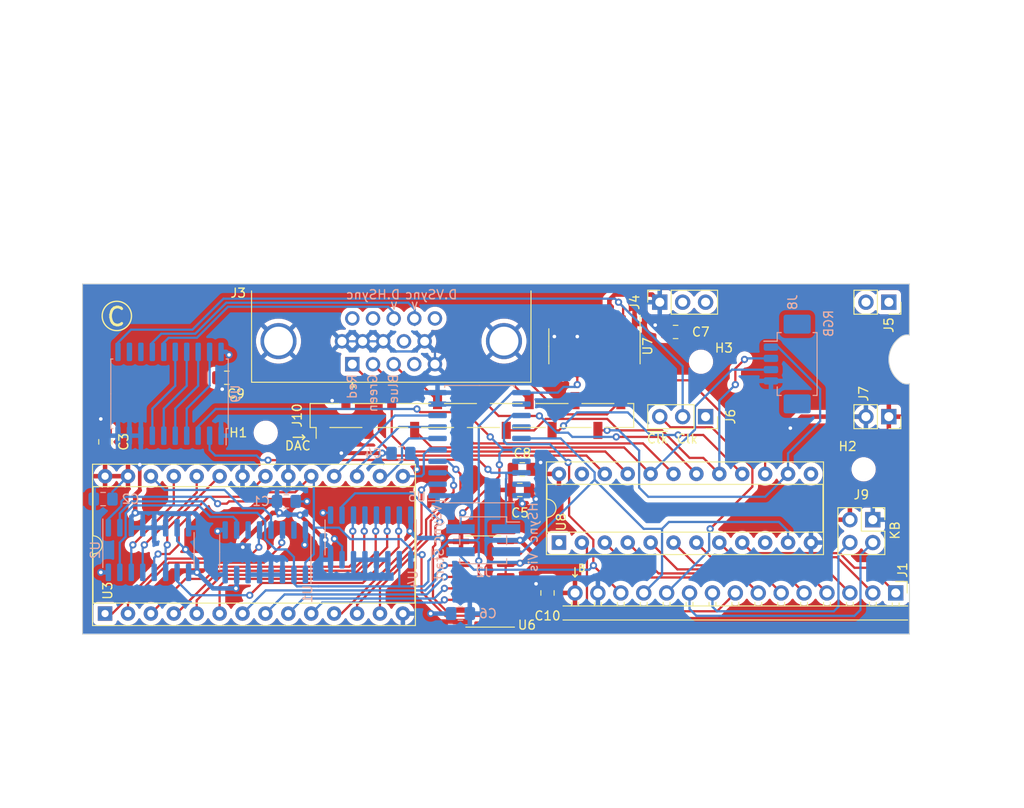
<source format=kicad_pcb>
(kicad_pcb (version 20221018) (generator pcbnew)
  (layers (0 "F.Cu" signal) (31 "B.Cu" signal) (34 "B.Paste" user) (35 "F.Paste" user) (36 "B.SilkS" user "B.Silkscreen") (37 "F.SilkS" user "F.Silkscreen") (38 "B.Mask" user) (39 "F.Mask" user) (44 "Edge.Cuts" user))
  (net 0 "")
  (net 1 "VCC")
  (net 2 "GND")
  (net 3 "/P0")
  (net 4 "/P1")
  (net 5 "/P2")
  (net 6 "/P3")
  (net 7 "/P4")
  (net 8 "/P5")
  (net 9 "/P6")
  (net 10 "/P7")
  (net 11 "/~{A_{out}}")
  (net 12 "/Vis")
  (net 13 "/~{StartFrame}")
  (net 14 "/HVis")
  (net 15 "/HSync")
  (net 16 "/VertVis")
  (net 17 "/Vsync")
  (net 18 "/~{Vis}")
  (net 19 "/Othr")
  (net 20 "/ARed")
  (net 21 "/AGreen")
  (net 22 "/ABlue")
  (net 27 "/HSYNC_{2}")
  (net 28 "/VSYNC_{2}")
  (net 35 "/A_{out}")
  (net 36 "/B0")
  (net 37 "/B1")
  (net 38 "/B2")
  (net 39 "/G0")
  (net 40 "/G1")
  (net 41 "/G2")
  (net 42 "/R0")
  (net 43 "/R1")
  (net 44 "/R2")
  (net 45 "/~{RESET}")
  (net 46 "/CLK_{sync}")
  (net 47 "Net-(U1-CET)")
  (net 49 "/A14")
  (net 50 "/A13")
  (net 51 "/A12")
  (net 53 "Net-(U2-CET)")
  (net 54 "/A11")
  (net 55 "/A10")
  (net 56 "/A9")
  (net 57 "/A8")
  (net 58 "/A7")
  (net 59 "/A6")
  (net 60 "/A5")
  (net 61 "/A4")
  (net 62 "/A3")
  (net 63 "/A2")
  (net 64 "/A1")
  (net 65 "/A0")
  (net 66 "Net-(U3-D0)")
  (net 67 "Net-(U3-D1)")
  (net 68 "Net-(U3-D2)")
  (net 69 "Net-(U3-D3)")
  (net 70 "Net-(U3-D4)")
  (net 71 "Net-(U3-D5)")
  (net 72 "Net-(U3-D6)")
  (net 73 "Net-(U4-CET)")
  (net 82 "/HSYNC_{1}")
  (net 83 "/VSYNC_{1}")
  (net 86 "/KBRx")
  (net 87 "/KBTx")
  (net 88 "/HSYNC_{3}")
  (net 89 "/VSYNC_{3}")
  (footprint "Connector_PinSocket_2.54mm:PinSocket_1x02_P2.54mm_Vertical" (layer "F.Cu") (at 140.208 46.228 -90)
    (fp_text reference "J5")
    (fp_text value "Conn_01x02_Pin")
  )
  (footprint "Capacitor_SMD:C_0805_2012Metric_Pad1.18x1.45mm_HandSolder" (layer "F.Cu") (at 99.568 64.77)
    (fp_text reference "C8")
    (fp_text value "C_Small")
  )
  (footprint "Package_SO:SOIC-16_3.9x9.9mm_P1.27mm" (layer "F.Cu") (at 107.569 51.119 -90)
    (fp_text reference "U7")
    (fp_text value "74LS161")
  )
  (footprint "Connector_PinSocket_2.54mm:PinSocket_1x02_P2.54mm_Vertical" (layer "F.Cu") (at 140.208 58.928 -90)
    (fp_text reference "J7")
    (fp_text value "Conn_01x02_Pin")
  )
  (footprint "Package_DIP:DIP-28_W15.24mm_Socket" (layer "F.Cu") (at 53.305745 80.772 90)
    (fp_text reference "U3")
    (fp_text value "28C256" hide)
  )
  (footprint "Package_DIP:DIP-24_W7.62mm_Socket" (layer "F.Cu") (at 103.632 72.898 90)
    (fp_text reference "U8")
    (fp_text value "GAL22V10")
  )
  (footprint "Connector_PinSocket_2.54mm:PinSocket_1x03_P2.54mm_Vertical" (layer "F.Cu") (at 114.808001 46.227999 90)
    (fp_text reference "J4")
    (fp_text value "Conn_01x03_Pin")
  )
  (footprint "MountingHole:MountingHole_2.2mm_M2_ISO7380" (layer "F.Cu") (at 137.414 64.77)
    (fp_text reference "H2")
    (fp_text value "MountingHole")
  )
  (footprint "MountingHole:MountingHole_2.2mm_M2_ISO7380" (layer "F.Cu") (at 119.38 52.832)
    (fp_text reference "H3")
    (fp_text value "MountingHole")
  )
  (footprint "Capacitor_SMD:C_0805_2012Metric_Pad1.18x1.45mm_HandSolder" (layer "F.Cu") (at 99.2925 67.056)
    (fp_text reference "C5")
    (fp_text value "C_Small")
  )
  (footprint "Capacitor_SMD:C_0805_2012Metric_Pad1.18x1.45mm_HandSolder" (layer "F.Cu") (at 66.802 54.61 180)
    (fp_text reference "C9")
    (fp_text value "C_Small")
  )
  (footprint "Capacitor_SMD:C_0805_2012Metric_Pad1.18x1.45mm_HandSolder" (layer "F.Cu") (at 116.5645 49.53 180)
    (fp_text reference "C7")
    (fp_text value "C_Small")
  )
  (footprint "Capacitor_SMD:C_0805_2012Metric_Pad1.18x1.45mm_HandSolder" (layer "F.Cu") (at 102.362 78.486 -90)
    (fp_text reference "C10")
    (fp_text value "10uF")
  )
  (footprint "Package_SO:SOIC-16_3.9x9.9mm_P1.27mm" (layer "F.Cu") (at 95.25 77.216 180)
    (fp_text reference "U6")
    (fp_text value "74LS161")
  )
  (footprint "Connector_PinSocket_2.54mm:PinSocket_1x14_P2.54mm_Vertical_SMD_Pin1Left" (layer "F.Cu") (at 93.98 58.8 90)
    (fp_text reference "J10")
    (fp_text value "Conn_01x14")
  )
  (footprint "local:DSUB-15-HD_Female_Horizontal_P2.29x2.54mm_EdgePinOffset8.35mm_Housed_MountingHolesOffset10.89mm" (layer "F.Cu") (at 80.721 53.106 180)
    (fp_text reference "J3")
    (fp_text value "DE15_Receptacle_HighDensity_MountingHoles")
  )
  (footprint "Connector_PinSocket_2.54mm:PinSocket_1x03_P2.54mm_Vertical" (layer "F.Cu") (at 119.887998 58.928 -90)
    (fp_text reference "J6")
    (fp_text value "Conn_01x03_Pin")
  )
  (footprint "Connector_PinSocket_2.54mm:PinSocket_2x02_P2.54mm_Vertical" (layer "F.Cu") (at 138.43 70.358)
    (fp_text reference "J9")
    (fp_text value "Conn_01x04")
  )
  (footprint "Capacitor_SMD:C_0805_2012Metric_Pad1.18x1.45mm_HandSolder" (layer "F.Cu") (at 53.34 61.722 90)
    (fp_text reference "C3")
    (fp_text value "C_Small")
  )
  (footprint "MountingHole:MountingHole_2.2mm_M2_ISO7380" (layer "F.Cu") (at 71.12 60.706)
    (fp_text reference "H1")
    (fp_text value "MountingHole")
  )
  (footprint "Connector_PinHeader_2.54mm:PinHeader_1x15_P2.54mm_Horizontal" (layer "F.Cu") (at 140.97 78.486 -90)
    (fp_text reference "J1")
    (fp_text value "Conn_01x15")
  )
  (footprint "Capacitor_SMD:C_0805_2012Metric_Pad1.18x1.45mm_HandSolder" (layer "B.Cu") (at 73.406 68.326 180)
    (fp_text reference "C1")
    (fp_text value "C_Small")
  )
  (footprint "Package_SO:SOIC-16_3.9x9.9mm_P1.27mm" (layer "B.Cu") (at 82.755 72.325 90)
    (fp_text reference "U4")
    (fp_text value "74LS161")
  )
  (footprint "Package_SO:SOIC-20W_7.5x12.8mm_P1.27mm" (layer "B.Cu") (at 94.82 61.976)
    (fp_text reference "U5")
    (fp_text value "74HCT574")
  )
  (footprint "Package_SO:SOIC-16_3.9x9.9mm_P1.27mm" (layer "B.Cu") (at 58.117 73.725 -90)
    (fp_text reference "U2")
    (fp_text value "74LS161")
  )
  (footprint "Connector_PinHeader_2.54mm:PinHeader_2x02_P2.54mm_Vertical_SMD" (layer "B.Cu") (at 95.235 72.644 180)
    (fp_text reference "J2")
    (fp_text value "Conn_01x04")
  )
  (footprint "Capacitor_SMD:C_0805_2012Metric_Pad1.18x1.45mm_HandSolder" (layer "B.Cu") (at 92.71 80.772)
    (fp_text reference "C6")
    (fp_text value "C_Small")
  )
  (footprint "Package_SO:SOIC-20W_7.5x12.8mm_P1.27mm" (layer "B.Cu") (at 60.452 56.388 90)
    (fp_text reference "U9")
    (fp_text value "74HCT574")
  )
  (footprint "Capacitor_SMD:C_0805_2012Metric_Pad1.18x1.45mm_HandSolder" (layer "B.Cu") (at 86.106 62.992 180)
    (fp_text reference "C4")
    (fp_text value "C_Small")
  )
  (footprint "Package_SO:SOIC-16_3.9x9.9mm_P1.27mm" (layer "B.Cu") (at 71.071 73.979 90)
    (fp_text reference "U1")
    (fp_text value "74LS161")
  )
  (footprint "Connector_Molex:Molex_PicoBlade_53261-0471_1x04-1MP_P1.25mm_Horizontal" (layer "B.Cu") (at 129.54 53.086 -90)
    (fp_text reference "J8")
    (fp_text value "Conn_01x04")
  )
  (footprint "Capacitor_SMD:C_0805_2012Metric_Pad1.18x1.45mm_HandSolder" (layer "B.Cu") (at 53.086 68.072 180)
    (fp_text reference "C2")
    (fp_text value "C_Small")
  )
  (gr_line (start 85.09 46.228) (end 85.344 46.99) (stroke (width 0.15)) (layer "B.SilkS"))
  (gr_line (start 85.344 46.99) (end 85.598 46.228) (stroke (width 0.15)) (layer "B.SilkS"))
  (gr_line (start 87.376 46.228) (end 87.63 46.99) (stroke (width 0.15)) (layer "B.SilkS"))
  (gr_line (start 87.63 46.99) (end 87.884 46.228) (stroke (width 0.15)) (layer "B.SilkS"))
  (gr_line (start 75.438 61.214) (end 75.184 61.468) (stroke (width 0.15)) (layer "F.SilkS"))
  (gr_line (start 74.168 61.214) (end 75.438 61.214) (stroke (width 0.15)) (layer "F.SilkS"))
  (gr_line (start 75.438 61.214) (end 75.184 60.96) (stroke (width 0.15)) (layer "F.SilkS"))
  (gr_line (start 75.184 60.96) (end 75.438 61.214) (stroke (width 0.15)) (layer "F.SilkS"))
  (gr_line (start 105.41 76.708) (end 105.664 76.454) (stroke (width 0.15)) (layer "F.SilkS"))
  (gr_line (start 105.41 75.692) (end 105.41 76.708) (stroke (width 0.15)) (layer "F.SilkS"))
  (gr_circle (center 54.61 47.752) (end 55.88 46.736) (stroke (width 0.15)) (fill none) (layer "F.SilkS"))
  (gr_line (start 105.156 76.454) (end 105.41 76.708) (stroke (width 0.15)) (layer "F.SilkS"))
  (gr_line (start 50.8 44.196) (end 50.8 83.058) (stroke (width 0.1)) (layer "Edge.Cuts"))
  (gr_arc (start 141.653122 49.998208) (mid 142.062637 49.86864) (end 142.491974 49.881289) (stroke (width 0.1)) (layer "Edge.Cuts"))
  (gr_arc (start 141.732 55.20516) (mid 140.219155 52.624004) (end 141.653122 49.998208) (stroke (width 0.1)) (layer "Edge.Cuts"))
  (gr_line (start 142.494 83.058) (end 142.494 55.276428) (stroke (width 0.1)) (layer "Edge.Cuts"))
  (gr_arc (start 142.494 55.276428) (mid 142.108234 55.293892) (end 141.733012 55.20263) (stroke (width 0.1)) (layer "Edge.Cuts"))
  (gr_line (start 50.8 44.196) (end 142.494 44.196) (stroke (width 0.1)) (layer "Edge.Cuts"))
  (gr_line (start 142.494 44.196) (end 142.491974 49.881289) (stroke (width 0.1)) (layer "Edge.Cuts"))
  (gr_line (start 50.8 83.058) (end 142.494 83.058) (stroke (width 0.1)) (layer "Edge.Cuts"))
  (gr_text "HSync" (at 101.346 68.326 90) (layer "B.SilkS") (effects (font (size 1 1)) (justify left bottom mirror)))
  (gr_text "Blue" (at 85.852 54.102 90) (layer "B.SilkS") (effects (font (size 1 1)) (justify left bottom mirror)))
  (gr_text "Green" (at 83.566 54.102 90) (layer "B.SilkS") (effects (font (size 1 1)) (justify left bottom mirror)))
  (gr_text "Vis" (at 101.346 73.914 90) (layer "B.SilkS") (effects (font (size 1 1)) (justify left bottom mirror)))
  (gr_text "D.HSync" (at 86.106 45.974) (layer "B.SilkS") (effects (font (size 1 1)) (justify left bottom mirror)))
  (gr_text "~{Start}" (at 90.932 73.406 90) (layer "B.SilkS") (effects (font (size 1 1)) (justify left bottom mirror)))
  (gr_text "D.VSync" (at 92.456 45.974) (layer "B.SilkS") (effects (font (size 1 1)) (justify left bottom mirror)))
  (gr_text "RGB" (at 134.112 46.99 90) (layer "B.SilkS") (effects (font (size 1 1)) (justify left bottom mirror)))
  (gr_text "VSync" (at 90.678 68.58 90) (layer "B.SilkS") (effects (font (size 1 1)) (justify left bottom mirror)))
  (gr_text "Red" (at 81.28 54.102 90) (layer "B.SilkS") (effects (font (size 1 1)) (justify left bottom mirror)))
  (gr_text "DAC" (at 73.152 62.738) (layer "F.SilkS") (effects (font (size 1 1)) (justify left bottom)))
  (gr_text "KB" (at 141.478 72.644 90) (layer "F.SilkS") (effects (font (size 1 1)) (justify left bottom)))
  (gr_text "Clk" (at 116.586 61.976) (layer "F.SilkS") (effects (font (size 1 1)) (justify left bottom)))
  (gr_text "B" (at 105.664 76.2) (layer "F.SilkS") (effects (font (size 0.8 0.8)) (justify left bottom)))
  (gr_text "C" (at 53.34 49.022) (layer "F.SilkS") (effects (font (size 2 2) (thickness 0.3)) (justify left bottom)))
  (gr_text "~{Clk}" (at 113.284 61.976) (layer "F.SilkS") (effects (font (size 1 1)) (justify left bottom)))
  (segment (start 92.775 72.771) (end 91.059 72.771) (width 0.5) (layer "F.Cu") (net 1))
  (segment (start 90.297 81.661) (end 92.775 81.661) (width 0.5) (layer "F.Cu") (net 1))
  (segment (start 98.255 67.056) (end 98.255 65.0455) (width 0.5) (layer "F.Cu") (net 1))
  (segment (start 78.74 72.4765) (end 78.74 70.866) (width 0.5) (layer "F.Cu") (net 1))
  (segment (start 78.74 70.866) (end 77.47 69.596) (width 0.5) (layer "F.Cu") (net 1))
  (segment (start 98.255 65.0455) (end 98.5305 64.77) (width 0.25) (layer "F.Cu") (net 1))
  (segment (start 89.408 80.772) (end 90.297 81.661) (width 0.5) (layer "F.Cu") (net 1))
  (segment (start 91.059 72.771) (end 90.676391 72.388391) (width 0.5) (layer "F.Cu") (net 1))
  (via (at 99.568 68.58) (size 0.8) (drill 0.4) (layers "F.Cu" "B.Cu") (net 1))
  (via (at 67.818 77.978) (size 0.8) (drill 0.4) (layers "F.Cu" "B.Cu") (net 1))
  (via (at 87.122 71.628) (size 0.8) (drill 0.4) (layers "F.Cu" "B.Cu") (net 1))
  (via (at 90.676391 72.388391) (size 0.8) (drill 0.4) (layers "F.Cu" "B.Cu") (net 1))
  (via (at 75.438 73.152) (size 0.8) (drill 0.4) (layers "F.Cu" "B.Cu") (net 1))
  (via (at 77.47 69.596) (size 0.8) (drill 0.4) (layers "F.Cu" "B.Cu") (net 1))
  (via (at 75.692 68.326) (size 0.8) (drill 0.4) (layers "F.Cu" "B.Cu") (net 1))
  (via (at 87.884 64.77) (size 0.8) (drill 0.4) (layers "F.Cu" "B.Cu") (net 1))
  (via (at 67.056 52.07) (size 0.8) (drill 0.4) (layers "F.Cu" "B.Cu") (net 1))
  (via (at 65.786 71.628) (size 0.8) (drill 0.4) (layers "F.Cu" "B.Cu") (net 1))
  (via (at 78.74 72.4765) (size 0.8) (drill 0.4) (layers "F.Cu" "B.Cu") (net 1))
  (via (at 63.5 76.2) (size 0.8) (drill 0.4) (layers "F.Cu" "B.Cu") (net 1))
  (via (at 62.23 73.66) (size 0.8) (drill 0.4) (layers "F.Cu" "B.Cu") (net 1))
  (via (at 52.832 76.2) (size 0.8) (drill 0.4) (layers "F.Cu" "B.Cu") (net 1))
  (via (at 89.408 80.772) (size 0.8) (drill 0.4) (layers "F.Cu" "B.Cu") (net 1))
  (segment (start 62.562 76.2) (end 63.5 76.2) (width 0.5) (layer "B.Cu") (net 1))
  (segment (start 74.641745 68.326) (end 75.692 68.326) (width 0.25) (layer "B.Cu") (net 1))
  (segment (start 79.58 74.8) (end 79.58 73.3165) (width 0.25) (layer "B.Cu") (net 1))
  (segment (start 53.672 76.2) (end 52.832 76.2) (width 0.5) (layer "B.Cu") (net 1))
  (segment (start 63.5 74.93) (end 62.23 73.66) (width 0.5) (layer "B.Cu") (net 1))
  (segment (start 54.1235 67.254245) (end 55.845745 65.532) (width 0.25) (layer "B.Cu") (net 1))
  (segment (start 99.47 68.482) (end 99.568 68.58) (width 0.25) (layer "B.Cu") (net 1))
  (segment (start 78.056 69.596) (end 78.31 69.85) (width 0.25) (layer "B.Cu") (net 1))
  (segment (start 99.47 67.691) (end 99.47 68.482) (width 0.5) (layer "B.Cu") (net 1))
  (segment (start 87.2 71.55) (end 87.122 71.628) (width 0.25) (layer "B.Cu") (net 1))
  (segment (start 66.626 71.504) (end 65.91 71.504) (width 0.5) (layer "B.Cu") (net 1))
  (segment (start 54.1235 68.072) (end 54.1235 67.254245) (width 0.25) (layer "B.Cu") (net 1))
  (segment (start 67.818 77.978) (end 65.278 77.978) (width 0.5) (layer "B.Cu") (net 1))
  (segment (start 91.6725 80.772) (end 89.408 80.772) (width 0.5) (layer "B.Cu") (net 1))
  (segment (start 61.292 72.722) (end 62.23 73.66) (width 0.25) (layer "B.Cu") (net 1))
  (segment (start 90.676391 72.388391) (end 87.882391 72.388391) (width 0.5) (layer "B.Cu") (net 1))
  (segment (start 87.1435 63.0135) (end 87.884 63.754) (width 0.45) (layer "B.Cu") (net 1))
  (segment (start 87.1435 62.992) (end 87.1435 63.0135) (width 0.25) (layer "B.Cu") (net 1))
  (segment (start 77.47 69.596) (end 78.056 69.596) (width 0.25) (layer "B.Cu") (net 1))
  (segment (start 65.278 77.978) (end 63.5 76.2) (width 0.5) (layer "B.Cu") (net 1))
  (segment (start 87.882391 72.388391) (end 87.122 71.628) (width 0.5) (layer "B.Cu") (net 1))
  (segment (start 63.5 76.2) (end 63.5 74.93) (width 0.5) (layer "B.Cu") (net 1))
  (segment (start 87.2 69.85) (end 87.2 71.55) (width 0.5) (layer "B.Cu") (net 1))
  (segment (start 79.58 73.3165) (end 78.74 72.4765) (width 0.25) (layer "B.Cu") (net 1))
  (segment (start 75.516 71.504) (end 75.516 73.074) (width 0.5) (layer "B.Cu") (net 1))
  (segment (start 61.292 71.25) (end 61.292 72.722) (width 0.25) (layer "B.Cu") (net 1))
  (segment (start 75.516 73.074) (end 75.438 73.152) (width 0.25) (layer "B.Cu") (net 1))
  (segment (start 66.167 51.738) (end 66.724 51.738) (width 0.5) (layer "B.Cu") (net 1))
  (segment (start 87.884 63.754) (end 87.884 64.77) (width 0.45) (layer "B.Cu") (net 1))
  (segment (start 67.896 76.454) (end 67.896 77.9) (width 0.5) (layer "B.Cu") (net 1))
  (segment (start 67.896 77.9) (end 67.818 77.978) (width 0.5) (layer "B.Cu") (net 1))
  (segment (start 66.724 51.738) (end 67.056 52.07) (width 0.5) (layer "B.Cu") (net 1))
  (segment (start 65.91 71.504) (end 65.786 71.628) (width 0.5) (layer "B.Cu") (net 1))
  (segment (start 115.527 49.53) (end 115.062 49.53) (width 0.25) (layer "F.Cu") (net 2))
  (segment (start 115.062 49.53) (end 114.3 48.768) (width 0.25) (layer "F.Cu") (net 2))
  (segment (start 99.187 75.311) (end 99.314 75.184) (width 0.25) (layer "F.Cu") (net 2))
  (segment (start 68.58 72.898) (end 71.882 69.596) (width 0.5) (layer "F.Cu") (net 2))
  (segment (start 99.568 75.184) (end 100.584 74.168) (width 0.5) (layer "F.Cu") (net 2))
  (segment (start 97.725 72.771) (end 99.187 72.771) (width 0.5) (layer "F.Cu") (net 2))
  (segment (start 57.15 67.0935) (end 57.15 64.262) (width 0.4) (layer "F.Cu") (net 2))
  (segment (start 106.934 48.644) (end 108.204 48.644) (width 0.25) (layer "F.Cu") (net 2))
  (segment (start 109.816 45.378) (end 109.22 45.974) (width 0.5) (layer "F.Cu") (net 2))
  (segment (start 99.314 75.184) (end 99.568 75.184) (width 0.25) (layer "F.Cu") (net 2))
  (segment (start 65.7645 55.3505) (end 66.294 55.88) (width 0.25) (layer "F.Cu") (net 2))
  (segment (start 100.33 67.056) (end 100.33 67.31) (width 0.25) (layer "F.Cu") (net 2))
  (segment (start 68.58 73.406) (end 68.58 72.898) (width 0.5) (layer "F.Cu") (net 2))
  (segment (start 137.668 58.928) (end 130.556 58.928) (width 0.5) (layer "F.Cu") (net 2))
  (segment (start 56.647695 69.601695) (end 56.647695 67.595805) (width 0.5) (layer "F.Cu") (net 2))
  (segment (start 100.584 74.168) (end 100.584 73.914) (width 0.5) (layer "F.Cu") (net 2))
  (segment (start 77.6865 72.6065) (end 74.93 69.85) (width 0.45) (layer "F.Cu") (net 2))
  (segment (start 100.584 73.914) (end 99.314 72.644) (width 0.5) (layer "F.Cu") (net 2))
  (segment (start 65.7645 54.61) (end 65.7645 55.3505) (width 0.25) (layer "F.Cu") (net 2))
  (segment (start 103.124 48.644) (end 103.124 50.038) (width 0.5) (layer "F.Cu") (net 2))
  (segment (start 100.838 64.77) (end 101.6 64.008) (width 0.5) (layer "F.Cu") (net 2))
  (segment (start 130.556 58.928) (end 129.286 60.198) (width 0.5) (layer "F.Cu") (net 2))
  (segment (start 53.34 59.69) (end 52.832 59.182) (width 0.5) (layer "F.Cu") (net 2))
  (segment (start 113.958 45.378) (end 109.816 45.378) (width 0.5) (layer "F.Cu") (net 2))
  (segment (start 80.01 57.15) (end 78.486 57.15) (width 0.5) (layer "F.Cu") (net 2))
  (segment (start 109.474 46.736) (end 109.474 48.644) (width 0.5) (layer "F.Cu") (net 2))
  (segment (start 100.6055 64.77) (end 100.838 64.77) (width 0.25) (layer "F.Cu") (net 2))
  (segment (start 97.725 79.121) (end 97.725 77.851) (width 0.25) (layer "F.Cu") (net 2))
  (segment (start 71.882 69.596) (end 72.644 69.596) (width 0.5) (layer "F.Cu") (net 2))
  (segment (start 105.664 48.644) (end 105.664 50.038) (width 0.25) (layer "F.Cu") (net 2))
  (segment (start 97.725 76.581) (end 97.725 75.311) (width 0.25) (layer "F.Cu") (net 2))
  (segment (start 102.362 77.4485) (end 101.1135 77.4485) (width 0.25) (layer "F.Cu") (net 2))
  (segment (start 53.34 60.6845) (end 53.34 59.69) (width 0.5) (layer "F.Cu") (net 2))
  (segment (start 101.1135 77.4485) (end 101.092 77.47) (width 0.25) (layer "F.Cu") (net 2))
  (segment (start 97.725 75.311) (end 99.187 75.311) (width 0.25) (layer "F.Cu") (net 2))
  (segment (start 56.647695 67.595805) (end 57.15 67.0935) (width 0.5) (layer "F.Cu") (net 2))
  (segment (start 105.664 48.644) (end 106.934 48.644) (width 0.25) (layer "F.Cu") (net 2))
  (segment (start 84.030432 62.971912) (end 79.502412 62.971912) (width 0.45) (layer "F.Cu") (net 2))
  (segment (start 100.33 67.31) (end 101.092 68.072) (width 0.5) (layer "F.Cu") (net 2))
  (segment (start 99.187 72.771) (end 99.314 72.644) (width 0.5) (layer "F.Cu") (net 2))
  (segment (start 79.502412 62.971912) (end 79.502 62.9715) (width 0.25) (layer "F.Cu") (net 2))
  (segment (start 97.725 77.851) (end 97.725 76.581) (width 0.25) (layer "F.Cu") (net 2))
  (segment (start 114.808001 46.227999) (end 113.958 45.378) (width 0.5) (layer "F.Cu") (net 2))
  (segment (start 109.22 45.974) (end 109.22 46.482) (width 0.5) (layer "F.Cu") (net 2))
  (segment (start 109.22 46.482) (end 109.474 46.736) (width 0.5) (layer "F.Cu") (net 2))
  (segment (start 108.204 48.644) (end 109.474 48.644) (width 0.25) (layer "F.Cu") (net 2))
  (via (at 56.647695 69.601695) (size 0.8) (drill 0.4) (layers "F.Cu" "B.Cu") (net 2))
  (via (at 72.644 69.596) (size 0.8) (drill 0.4) (layers "F.Cu" "B.Cu") (net 2))
  (via (at 101.6 64.008) (size 0.8) (drill 0.4) (layers "F.Cu" "B.Cu") (net 2))
  (via (at 52.832 59.182) (size 0.8) (drill 0.4) (layers "F.Cu" "B.Cu") (net 2))
  (via (at 114.3 48.768) (size 0.8) (drill 0.4) (layers "F.Cu" "B.Cu") (net 2))
  (via (at 101.092 68.072) (size 0.8) (drill 0.4) (layers "F.Cu" "B.Cu") (net 2))
  (via (at 68.58 73.406) (size 0.8) (drill 0.4) (layers "F.Cu" "B.Cu") (net 2))
  (via (at 103.124 50.038) (size 0.8) (drill 0.4) (layers "F.Cu" "B.Cu") (net 2))
  (via (at 101.092 77.47) (size 0.8) (drill 0.4) (layers "F.Cu" "B.Cu") (net 2))
  (via (at 84.030432 62.971912) (size 0.8) (drill 0.4) (layers "F.Cu" "B.Cu") (net 2))
  (via (at 99.314 72.644) (size 0.8) (drill 0.4) (layers "F.Cu" "B.Cu") (net 2))
  (via (at 105.664 50.038) (size 0.8) (drill 0.4) (layers "F.Cu" "B.Cu") (net 2))
  (via (at 66.294 55.88) (size 0.8) (drill 0.4) (layers "F.Cu" "B.Cu") (net 2))
  (via (at 99.314 75.184) (size 0.8) (drill 0.4) (layers "F.Cu" "B.Cu") (net 2))
  (via (at 79.502 62.9715) (size 0.8) (drill 0.4) (layers "F.Cu" "B.Cu") (net 2))
  (via (at 77.6865 72.6065) (size 0.8) (drill 0.4) (layers "F.Cu" "B.Cu") (net 2))
  (via (at 74.93 69.85) (size 0.8) (drill 0.4) (layers "F.Cu" "B.Cu") (net 2))
  (via (at 78.486 57.15) (size 0.8) (drill 0.4) (layers "F.Cu" "B.Cu") (net 2))
  (via (at 57.15 64.262) (size 0.8) (drill 0.4) (layers "F.Cu" "B.Cu") (net 2))
  (via (at 129.286 60.198) (size 0.8) (drill 0.4) (layers "F.Cu" "B.Cu") (net 2))
  (segment (start 78.31 73.484) (end 77.6865 72.8605) (width 0.5) (layer "B.Cu") (net 2))
  (segment (start 56.212 70.03739) (end 56.647695 69.601695) (width 0.5) (layer "B.Cu") (net 2))
  (segment (start 62.562 70.182) (end 62.23 69.85) (width 0.25) (layer "B.Cu") (net 2))
  (segment (start 81.866 50.566) (end 79.576 50.566) (width 0.25) (layer "B.Cu") (net 2))
  (segment (start 60.022 70.28) (end 60.022 71.25) (width 0.25) (layer "B.Cu") (net 2))
  (segment (start 78.31 73.484) (end 78.31 74.8) (width 0.6) (layer "B.Cu") (net 2))
  (segment (start 84.05052 62.992) (end 84.030432 62.971912) (width 0.25) (layer "B.Cu") (net 2))
  (segment (start 84.156 50.566) (end 81.866 50.566) (width 0.25) (layer "B.Cu") (net 2))
  (segment (start 69.166 76.454) (end 69.166 73.992) (width 0.25) (layer "B.Cu") (net 2))
  (segment (start 67.175 74.93) (end 68.834 74.93) (width 0.25) (layer "B.Cu") (net 2))
  (segment (start 62.562 71.25) (end 62.562 70.182) (width 0.25) (layer "B.Cu") (net 2))
  (segment (start 69.166 75.262) (end 69.166 76.454) (width 0.25) (layer "B.Cu") (net 2))
  (segment (start 69.166 73.992) (end 68.58 73.406) (width 0.25) (layer "B.Cu") (net 2))
  (segment (start 66.626 76.454) (end 66.626 75.479) (width 0.25) (layer "B.Cu") (net 2))
  (segment (start 87.611 51.691) (end 88.736 50.566) (width 0.25) (layer "B.Cu") (net 2))
  (segment (start 85.0685 62.992) (end 84.05052 62.992) (width 0.45) (layer "B.Cu") (net 2))
  (segment (start 68.834 74.93) (end 69.166 75.262) (width 0.25) (layer "B.Cu") (net 2))
  (segment (start 85.281 51.691) (end 87.611 51.691) (width 0.25) (layer "B.Cu") (net 2))
  (segment (start 77.6865 72.8605) (end 77.6865 72.6065) (width 0.45) (layer "B.Cu") (net 2))
  (segment (start 89.881 51.711) (end 88.736 50.566) (width 0.25) (layer "B.Cu") (net 2))
  (segment (start 89.881 53.106) (end 89.881 51.711) (width 0.25) (layer "B.Cu") (net 2))
  (segment (start 62.23 69.85) (end 60.452 69.85) (width 0.25) (layer "B.Cu") (net 2))
  (segment (start 84.156 50.566) (end 85.281 51.691) (width 0.25) (layer "B.Cu") (net 2))
  (segment (start 60.452 69.85) (end 60.022 70.28) (width 0.25) (layer "B.Cu") (net 2))
  (segment (start 66.626 75.479) (end 67.175 74.93) (width 0.25) (layer "B.Cu") (net 2))
  (segment (start 56.212 71.25) (end 56.212 70.03739) (width 0.5) (layer "B.Cu") (net 2))
  (segment (start 125.122344 74.068344) (end 123.952 72.898) (width 0.25) (layer "F.Cu") (net 3))
  (segment (start 134.774344 74.068344) (end 125.122344 74.068344) (width 0.25) (layer "F.Cu") (net 3))
  (segment (start 138.176 75.692) (end 136.398 75.692) (width 0.25) (layer "F.Cu") (net 3))
  (segment (start 140.97 78.486) (end 138.176 75.692) (width 0.25) (layer "F.Cu") (net 3))
  (segment (start 136.398 75.692) (end 134.774344 74.068344) (width 0.25) (layer "F.Cu") (net 3))
  (segment (start 121.412 72.898) (end 123.032344 74.518344) (width 0.25) (layer "F.Cu") (net 4))
  (segment (start 123.032344 74.518344) (end 134.462344 74.518344) (width 0.25) (layer "F.Cu") (net 4))
  (segment (start 134.462344 74.518344) (end 138.43 78.486) (width 0.25) (layer "F.Cu") (net 4))
  (segment (start 120.942344 74.968344) (end 132.372344 74.968344) (width 0.25) (layer "F.Cu") (net 5))
  (segment (start 118.872 72.898) (end 120.942344 74.968344) (width 0.25) (layer "F.Cu") (net 5))
  (segment (start 132.372344 74.968344) (end 135.89 78.486) (width 0.25) (layer "F.Cu") (net 5))
  (segment (start 118.852344 75.418344) (end 130.282344 75.418344) (width 0.25) (layer "F.Cu") (net 6))
  (segment (start 130.282344 75.418344) (end 133.35 78.486) (width 0.25) (layer "F.Cu") (net 6))
  (segment (start 116.332 72.898) (end 118.852344 75.418344) (width 0.25) (layer "F.Cu") (net 6))
  (segment (start 116.762344 75.868344) (end 128.192344 75.868344) (width 0.25) (layer "F.Cu") (net 7))
  (segment (start 113.792 72.898) (end 116.762344 75.868344) (width 0.25) (layer "F.Cu") (net 7))
  (segment (start 128.192344 75.868344) (end 130.81 78.486) (width 0.25) (layer "F.Cu") (net 7))
  (segment (start 114.672344 76.318344) (end 126.102344 76.318344) (width 0.25) (layer "F.Cu") (net 8))
  (segment (start 111.252 72.898) (end 114.672344 76.318344) (width 0.25) (layer "F.Cu") (net 8))
  (segment (start 126.102344 76.318344) (end 128.27 78.486) (width 0.25) (layer "F.Cu") (net 8))
  (segment (start 124.012344 76.768344) (end 125.73 78.486) (width 0.25) (layer "F.Cu") (net 9))
  (segment (start 108.712 72.898) (end 112.582344 76.768344) (width 0.25) (layer "F.Cu") (net 9))
  (segment (start 112.582344 76.768344) (end 124.012344 76.768344) (width 0.25) (layer "F.Cu") (net 9))
  (segment (start 107.442 80.518) (end 121.158 80.518) (width 0.25) (layer "F.Cu") (net 10))
  (segment (start 106.172 72.898) (end 106.734129 73.460129) (width 0.25) (layer "F.Cu") (net 10))
  (segment (start 106.734129 73.460129) (end 106.734129 79.810129) (width 0.25) (layer "F.Cu") (net 10))
  (segment (start 121.158 80.518) (end 123.19 78.486) (width 0.25) (layer "F.Cu") (net 10))
  (segment (start 106.734129 79.810129) (end 107.442 80.518) (width 0.25) (layer "F.Cu") (net 10))
  (segment (start 120.555 60.103) (end 115.982998 60.103) (width 0.25) (layer "F.Cu") (net 11))
  (segment (start 125.077 66.693) (end 125.077 64.625) (width 0.25) (layer "F.Cu") (net 11))
  (segment (start 125.077 64.625) (end 120.555 60.103) (width 0.25) (layer "F.Cu") (net 11))
  (segment (start 120.396 71.374) (end 125.077 66.693) (width 0.25) (layer "F.Cu") (net 11))
  (segment (start 115.982998 60.103) (end 114.807998 58.928) (width 0.25) (layer "F.Cu") (net 11))
  (via (at 120.396 71.374) (size 0.8) (drill 0.4) (layers "F.Cu" "B.Cu") (net 11))
  (segment (start 115.57 78.486) (end 120.287 73.769) (width 0.25) (layer "B.Cu") (net 11))
  (segment (start 120.287 71.483) (end 120.396 71.374) (width 0.25) (layer "B.Cu") (net 11))
  (segment (start 120.287 73.769) (end 120.287 71.483) (width 0.25) (layer "B.Cu") (net 11))
  (segment (start 129.032 71.628) (end 129.032 72.898) (width 0.25) (layer "B.Cu") (net 12))
  (segment (start 103.818878 61.341) (end 107.587 65.109122) (width 0.23) (layer "B.Cu") (net 12))
  (segment (start 107.587 65.109122) (end 107.587 65.931) (width 0.25) (layer "B.Cu") (net 12))
  (segment (start 99.604 73.914) (end 107.587 65.931) (width 0.25) (layer "B.Cu") (net 12))
  (segment (start 115.062 76.454) (end 115.062 71.374) (width 0.25) (layer "B.Cu") (net 12))
  (segment (start 113.03 71.374) (end 115.062 71.374) (width 0.25) (layer "B.Cu") (net 12))
  (segment (start 115.062 71.374) (end 115.824 70.612) (width 0.25) (layer "B.Cu") (net 12))
  (segment (start 97.76 73.914) (end 99.604 73.914) (width 0.25) (layer "B.Cu") (net 12))
  (segment (start 115.824 70.612) (end 128.016 70.612) (width 0.25) (layer "B.Cu") (net 12))
  (segment (start 113.03 78.486) (end 115.062 76.454) (width 0.25) (layer "B.Cu") (net 12))
  (segment (start 128.016 70.612) (end 129.032 71.628) (width 0.25) (layer "B.Cu") (net 12))
  (segment (start 99.47 61.341) (end 103.818878 61.341) (width 0.25) (layer "B.Cu") (net 12))
  (segment (start 107.587 65.931) (end 113.03 71.374) (width 0.25) (layer "B.Cu") (net 12))
  (segment (start 104.757 64.117) (end 104.757 69.899122) (width 0.25) (layer "F.Cu") (net 13))
  (segment (start 104.648 64.008) (end 104.757 64.117) (width 0.25) (layer "F.Cu") (net 13))
  (segment (start 107.442 75.438) (end 110.49 78.486) (width 0.25) (layer "F.Cu") (net 13))
  (segment (start 104.757 69.899122) (end 107.442 72.584122) (width 0.23) (layer "F.Cu") (net 13))
  (segment (start 107.442 72.584122) (end 107.442 75.438) (width 0.25) (layer "F.Cu") (net 13))
  (via (at 104.648 64.008) (size 0.8) (drill 0.4) (layers "F.Cu" "B.Cu") (net 13))
  (via (at 107.458629 75.438) (size 0.8) (drill 0.4) (layers "F.Cu" "B.Cu") (net 13))
  (segment (start 98.445 58.801) (end 97.536 59.71) (width 0.25) (layer "B.Cu") (net 13))
  (segment (start 97.859 61.976) (end 102.616 61.976) (width 0.25) (layer "B.Cu") (net 13))
  (segment (start 102.616 61.976) (end 104.648 64.008) (width 0.25) (layer "B.Cu") (net 13))
  (segment (start 97.536 59.71) (end 97.536 61.653) (width 0.25) (layer "B.Cu") (net 13))
  (segment (start 99.47 58.801) (end 98.445 58.801) (width 0.25) (layer "B.Cu") (net 13))
  (segment (start 106.987629 75.909) (end 107.458629 75.438) (width 0.25) (layer "B.Cu") (net 13))
  (segment (start 97.536 61.653) (end 97.859 61.976) (width 0.25) (layer "B.Cu") (net 13))
  (segment (start 92.71 73.914) (end 92.71 74.414) (width 0.25) (layer "B.Cu") (net 13))
  (segment (start 94.205 75.909) (end 106.987629 75.909) (width 0.25) (layer "B.Cu") (net 13))
  (segment (start 92.71 74.414) (end 94.205 75.909) (width 0.25) (layer "B.Cu") (net 13))
  (segment (start 71.882 63.754) (end 71.374 63.754) (width 0.25) (layer "F.Cu") (net 15))
  (segment (start 94.684 63.696) (end 71.882 63.754) (width 0.25) (layer "F.Cu") (net 15))
  (segment (start 95.758 64.77) (end 94.684 63.696) (width 0.25) (layer "F.Cu") (net 15))
  (via (at 71.374 63.754) (size 0.8) (drill 0.4) (layers "F.Cu" "B.Cu") (net 15))
  (via (at 95.758 64.77) (size 0.8) (drill 0.4) (layers "F.Cu" "B.Cu") (net 15))
  (segment (start 64.897 61.038) (end 64.897 62.611) (width 0.25) (layer "B.Cu") (net 15))
  (segment (start 97.79 65.806) (end 97.79 65.151) (width 0.25) (layer "B.Cu") (net 15))
  (segment (start 97.76 65.836) (end 97.79 65.806) (width 0.25) (layer "B.Cu") (net 15))
  (segment (start 65.532 63.246) (end 70.104 63.246) (width 0.25) (layer "B.Cu") (net 15))
  (segment (start 70.104 63.246) (end 70.612 63.754) (width 0.25) (layer "B.Cu") (net 15))
  (segment (start 97.76 71.374) (end 97.76 65.836) (width 0.25) (layer "B.Cu") (net 15))
  (segment (start 97.79 65.151) (end 96.139 65.151) (width 0.25) (layer "B.Cu") (net 15))
  (segment (start 70.612 63.754) (end 71.374 63.754) (width 0.25) (layer "B.Cu") (net 15))
  (segment (start 96.139 65.151) (end 95.758 64.77) (width 0.25) (layer "B.Cu") (net 15))
  (segment (start 64.897 62.611) (end 65.532 63.246) (width 0.25) (layer "B.Cu") (net 15))
  (segment (start 99.47 65.151) (end 97.79 65.151) (width 0.25) (layer "B.Cu") (net 15))
  (segment (start 97.028 65.532) (end 97.028 64.262) (width 0.25) (layer "F.Cu") (net 17))
  (segment (start 93.2655 58.425) (end 88.2325 58.425) (width 0.25) (layer "F.Cu") (net 17))
  (segment (start 88.2325 58.425) (end 87.884 58.0765) (width 0.25) (layer "F.Cu") (net 17))
  (segment (start 96.012 61.1715) (end 93.2655 58.425) (width 0.25) (layer "F.Cu") (net 17))
  (segment (start 92.964 69.596) (end 97.028 65.532) (width 0.25) (layer "F.Cu") (net 17))
  (via (at 92.964 69.596) (size 0.8) (drill 0.4) (layers "F.Cu" "B.Cu") (net 17))
  (via (at 97.028 64.262) (size 0.8) (drill 0.4) (layers "F.Cu" "B.Cu") (net 17))
  (via (at 96.012 61.1715) (size 0.8) (drill 0.4) (layers "F.Cu" "B.Cu") (net 17))
  (via (at 87.884 58.0765) (size 0.8) (drill 0.4) (layers "F.Cu" "B.Cu") (net 17))
  (segment (start 97.028 64.262) (end 97.028 63.0345) (width 0.25) (layer "B.Cu") (net 17))
  (segment (start 99.47 62.611) (end 97.4515 62.611) (width 0.25) (layer "B.Cu") (net 17))
  (segment (start 65.5635 58.0765) (end 63.627 60.013) (width 0.25) (layer "B.Cu") (net 17))
  (segment (start 92.71 71.374) (end 92.71 69.85) (width 0.25) (layer "B.Cu") (net 17))
  (segment (start 87.884 58.0765) (end 65.5635 58.0765) (width 0.25) (layer "B.Cu") (net 17))
  (segment (start 92.71 69.85) (end 92.964 69.596) (width 0.25) (layer "B.Cu") (net 17))
  (segment (start 97.4515 62.611) (end 96.012 61.1715) (width 0.25) (layer "B.Cu") (net 17))
  (segment (start 97.028 63.0345) (end 97.4515 62.611) (width 0.25) (layer "B.Cu") (net 17))
  (segment (start 63.627 60.013) (end 63.627 61.038) (width 0.25) (layer "B.Cu") (net 17))
  (segment (start 83.241 55.626) (end 80.721 53.106) (width 0.25) (layer "F.Cu") (net 20))
  (segment (start 90.17 57.15) (end 88.646 55.626) (width 0.25) (layer "F.Cu") (net 20))
  (segment (start 88.646 55.626) (end 83.241 55.626) (width 0.25) (layer "F.Cu") (net 20))
  (segment (start 98.356 55.176) (end 85.081 55.176) (width 0.25) (layer "F.Cu") (net 21))
  (segment (start 85.081 55.176) (end 83.011 53.106) (width 0.25) (layer "F.Cu") (net 21))
  (segment (start 100.33 57.15) (end 98.356 55.176) (width 0.25) (layer "F.Cu") (net 21))
  (segment (start 86.921 54.726) (end 85.301 53.106) (width 0.25) (layer "F.Cu") (net 22))
  (segment (start 110.49 57.15) (end 108.966 58.674) (width 0.25) (layer "F.Cu") (net 22))
  (segment (start 99.938 54.726) (end 86.921 54.726) (width 0.25) (layer "F.Cu") (net 22))
  (segment (start 108.966 58.674) (end 103.886 58.674) (width 0.25) (layer "F.Cu") (net 22))
  (segment (start 103.886 58.674) (end 99.938 54.726) (width 0.25) (layer "F.Cu") (net 22))
  (segment (start 59.817 58.039) (end 62.357 55.499) (width 0.25) (layer "B.Cu") (net 27))
  (segment (start 62.357 55.499) (end 62.357 51.738) (width 0.25) (layer "B.Cu") (net 27))
  (segment (start 59.817 61.038) (end 59.817 58.039) (width 0.25) (layer "B.Cu") (net 27))
  (segment (start 61.087 55.499) (end 61.087 51.738) (width 0.25) (layer "B.Cu") (net 28))
  (segment (start 58.547 61.038) (end 58.547 58.039) (width 0.25) (layer "B.Cu") (net 28))
  (segment (start 58.547 58.039) (end 61.087 55.499) (width 0.25) (layer "B.Cu") (net 28))
  (segment (start 110.744 46.736) (end 110.744 48.644) (width 0.25) (layer "F.Cu") (net 35))
  (segment (start 110.236 46.228) (end 110.744 46.736) (width 0.25) (layer "F.Cu") (net 35))
  (via (at 110.236 46.228) (size 0.8) (drill 0.4) (layers "F.Cu" "B.Cu") (net 35))
  (segment (start 117.347998 53.339998) (end 110.236 46.228) (width 0.25) (layer "B.Cu") (net 35))
  (segment (start 56.174 49.276) (end 62.992 49.276) (width 0.25) (layer "B.Cu") (net 35))
  (segment (start 54.737 51.738) (end 54.737 50.713) (width 0.25) (layer "B.Cu") (net 35))
  (segment (start 62.992 49.276) (end 66.432 45.836) (width 0.25) (layer "B.Cu") (net 35))
  (segment (start 54.737 50.713) (end 56.174 49.276) (width 0.25) (layer "B.Cu") (net 35))
  (segment (start 117.347998 58.928) (end 117.347998 53.339998) (width 0.25) (layer "B.Cu") (net 35))
  (segment (start 66.432 45.836) (end 109.844 45.836) (width 0.25) (layer "B.Cu") (net 35))
  (segment (start 109.844 45.836) (end 110.236 46.228) (width 0.25) (layer "B.Cu") (net 35))
  (segment (start 102.87 60.45) (end 103.634 60.45) (width 0.25) (layer "F.Cu") (net 36))
  (segment (start 119.634 60.96) (end 116.84 60.96) (width 0.25) (layer "F.Cu") (net 36))
  (segment (start 123.952 65.278) (end 119.634 60.96) (width 0.25) (layer "F.Cu") (net 36))
  (segment (start 103.634 60.45) (end 104.138201 59.945799) (width 0.25) (layer "F.Cu") (net 36))
  (via (at 104.138201 59.945799) (size 0.8) (drill 0.4) (layers "F.Cu" "B.Cu") (net 36))
  (via (at 116.84 60.96) (size 0.8) (drill 0.4) (layers "F.Cu" "B.Cu") (net 36))
  (segment (start 113.7615 60.96) (end 111.252 58.4505) (width 0.25) (layer "B.Cu") (net 36))
  (segment (start 111.252 58.4505) (end 105.6335 58.4505) (width 0.25) (layer "B.Cu") (net 36))
  (segment (start 116.84 60.96) (end 113.7615 60.96) (width 0.25) (layer "B.Cu") (net 36))
  (segment (start 105.6335 58.4505) (end 104.138201 59.945799) (width 0.25) (layer "B.Cu") (net 36))
  (segment (start 107.666 54.894) (end 105.41 57.15) (width 0.25) (layer "F.Cu") (net 37))
  (segment (start 126.492 63.372382) (end 118.013618 54.894) (width 0.25) (layer "F.Cu") (net 37))
  (segment (start 118.013618 54.894) (end 107.666 54.894) (width 0.25) (layer "F.Cu") (net 37))
  (segment (start 126.492 65.278) (end 126.492 63.372382) (width 0.25) (layer "F.Cu") (net 37))
  (segment (start 107.95 60.45) (end 108.963 60.45) (width 0.25) (layer "F.Cu") (net 38))
  (segment (start 108.963 60.45) (end 108.966 60.447) (width 0.25) (layer "F.Cu") (net 38))
  (via (at 108.966 60.447) (size 0.8) (drill 0.4) (layers "F.Cu" "B.Cu") (net 38))
  (segment (start 112.522 66.802) (end 113.538 67.818) (width 0.25) (layer "B.Cu") (net 38))
  (segment (start 108.966 60.447) (end 110.282805 60.447) (width 0.25) (layer "B.Cu") (net 38))
  (segment (start 132.588 59.436) (end 132.588 55.859) (width 0.25) (layer "B.Cu") (net 38))
  (segment (start 127.94 51.211) (end 127.14 51.211) (width 0.25) (layer "B.Cu") (net 38))
  (segment (start 126.492 67.818) (end 113.538 67.818) (width 0.25) (layer "B.Cu") (net 38))
  (segment (start 129.032 65.278) (end 126.492 67.818) (width 0.25) (layer "B.Cu") (net 38))
  (segment (start 132.588 55.859) (end 127.94 51.211) (width 0.25) (layer "B.Cu") (net 38))
  (segment (start 129.032 65.278) (end 129.032 62.992) (width 0.25) (layer "B.Cu") (net 38))
  (segment (start 112.522 62.686195) (end 112.522 66.802) (width 0.25) (layer "B.Cu") (net 38))
  (segment (start 129.032 62.992) (end 132.588 59.436) (width 0.25) (layer "B.Cu") (net 38))
  (segment (start 110.282805 60.447) (end 112.522 62.686195) (width 0.25) (layer "B.Cu") (net 38))
  (segment (start 94.156 61.896) (end 112.95 61.896) (width 0.25) (layer "F.Cu") (net 39))
  (segment (start 92.71 60.45) (end 94.156 61.896) (width 0.25) (layer "F.Cu") (net 39))
  (segment (start 112.95 61.896) (end 116.332 65.278) (width 0.25) (layer "F.Cu") (net 39))
  (segment (start 101.459491 58.84658) (end 96.94658 58.84658) (width 0.25) (layer "F.Cu") (net 40))
  (segment (start 114.7655 61.1715) (end 109.982 61.1715) (width 0.25) (layer "F.Cu") (net 40))
  (segment (start 118.872 65.278) (end 114.7655 61.1715) (width 0.25) (layer "F.Cu") (net 40))
  (segment (start 96.94658 58.84658) (end 95.25 57.15) (width 0.25) (layer "F.Cu") (net 40))
  (via (at 101.459491 58.84658) (size 0.8) (drill 0.4) (layers "F.Cu" "B.Cu") (net 40))
  (via (at 109.982 61.1715) (size 0.8) (drill 0.4) (layers "F.Cu" "B.Cu") (net 40))
  (segment (start 104.648 60.706) (end 103.378 60.706) (width 0.25) (layer "B.Cu") (net 40))
  (segment (start 103.378 60.706) (end 102.108 59.436) (width 0.25) (layer "B.Cu") (net 40))
  (segment (start 109.982 61.1715) (end 105.1135 61.1715) (width 0.25) (layer "B.Cu") (net 40))
  (segment (start 102.108 59.436) (end 101.51858 58.84658) (width 0.25) (layer "B.Cu") (net 40))
  (segment (start 105.1135 61.1715) (end 104.648 60.706) (width 0.25) (layer "B.Cu") (net 40))
  (segment (start 101.51858 58.84658) (end 101.459491 58.84658) (width 0.25) (layer "B.Cu") (net 40))
  (segment (start 110.262003 60.452) (end 108.985003 59.175) (width 0.25) (layer "F.Cu") (net 41))
  (segment (start 118.11 63.5) (end 115.062 60.452) (width 0.25) (layer "F.Cu") (net 41))
  (segment (start 102.15567 59.175) (end 100.88067 60.45) (width 0.25) (layer "F.Cu") (net 41))
  (segment (start 121.412 65.278) (end 119.634 63.5) (width 0.25) (layer "F.Cu") (net 41))
  (segment (start 123.19 53.594) (end 124.206 52.578) (width 0.25) (layer "F.Cu") (net 41))
  (segment (start 100.88067 60.45) (end 97.79 60.45) (width 0.25) (layer "F.Cu") (net 41))
  (segment (start 115.062 60.452) (end 110.262003 60.452) (width 0.25) (layer "F.Cu") (net 41))
  (segment (start 108.985003 59.175) (end 102.15567 59.175) (width 0.25) (layer "F.Cu") (net 41))
  (segment (start 119.634 63.5) (end 118.11 63.5) (width 0.25) (layer "F.Cu") (net 41))
  (segment (start 123.19 55.372) (end 123.19 53.594) (width 0.25) (layer "F.Cu") (net 41))
  (via (at 123.19 55.372) (size 0.8) (drill 0.4) (layers "F.Cu" "B.Cu") (net 41))
  (via (at 124.206 52.578) (size 0.8) (drill 0.4) (layers "F.Cu" "B.Cu") (net 41))
  (segment (start 124.323 52.461) (end 127.14 52.461) (width 0.25) (layer "B.Cu") (net 41))
  (segment (start 121.412 65.278) (end 121.412 57.15) (width 0.25) (layer "B.Cu") (net 41))
  (segment (start 121.412 57.15) (end 123.19 55.372) (width 0.25) (layer "B.Cu") (net 41))
  (segment (start 124.206 52.578) (end 124.323 52.461) (width 0.25) (layer "B.Cu") (net 41))
  (segment (start 85.346 63.246) (end 82.55 60.45) (width 0.25) (layer "F.Cu") (net 42))
  (segment (start 108.712 65.278) (end 106.68 63.246) (width 0.25) (layer "F.Cu") (net 42))
  (segment (start 106.68 63.246) (end 85.346 63.246) (width 0.25) (layer "F.Cu") (net 42))
  (segment (start 85.09 61.018) (end 86.868 62.796) (width 0.25) (layer "F.Cu") (net 43))
  (segment (start 108.77 62.796) (end 111.252 65.278) (width 0.25) (layer "F.Cu") (net 43))
  (segment (start 86.868 62.796) (end 108.77 62.796) (width 0.25) (layer "F.Cu") (net 43))
  (segment (start 85.09 57.15) (end 85.09 61.018) (width 0.25) (layer "F.Cu") (net 43))
  (segment (start 110.86 62.346) (end 113.792 65.278) (width 0.25) (layer "F.Cu") (net 44))
  (segment (start 87.63 60.45) (end 89.526 62.346) (width 0.25) (layer "F.Cu") (net 44))
  (segment (start 89.526 62.346) (end 110.86 62.346) (width 0.25) (layer "F.Cu") (net 44))
  (segment (start 122.819 53.711) (end 127.14 53.711) (width 0.25) (layer "B.Cu") (net 44))
  (segment (start 118.712998 57.817002) (end 122.819 53.711) (width 0.25) (layer "B.Cu") (net 44))
  (segment (start 118.712998 60.357002) (end 118.712998 57.817002) (width 0.25) (layer "B.Cu") (net 44))
  (segment (start 113.792 65.278) (end 118.712998 60.357002) (width 0.25) (layer "B.Cu") (net 44))
  (segment (start 66.802 68.58) (end 65.786 68.58) (width 0.25) (layer "F.Cu") (net 45))
  (segment (start 76.165745 65.532) (end 74.387745 67.31) (width 0.25) (layer "F.Cu") (net 45))
  (segment (start 97.725 81.661) (end 97.08 81.016) (width 0.25) (layer "F.Cu") (net 45))
  (segment (start 97.08 81.016) (end 91.038299 81.016) (width 0.25) (layer "F.Cu") (net 45))
  (segment (start 88.392 78.369701) (end 88.392 74.304994) (width 0.25) (layer "F.Cu") (net 45))
  (segment (start 69.088 68.326) (end 67.056 68.326) (width 0.25) (layer "F.Cu") (net 45))
  (segment (start 70.104 67.31) (end 69.088 68.326) (width 0.25) (layer "F.Cu") (net 45))
  (segment (start 67.056 68.326) (end 66.802 68.58) (width 0.25) (layer "F.Cu") (net 45))
  (segment (start 88.392 74.304994) (end 88.460497 74.236497) (width 0.25) (layer "F.Cu") (net 45))
  (segment (start 91.038299 81.016) (end 88.392 78.369701) (width 0.25) (layer "F.Cu") (net 45))
  (segment (start 74.387745 67.31) (end 70.104 67.31) (width 0.25) (layer "F.Cu") (net 45))
  (via (at 88.460497 74.236497) (size 0.8) (drill 0.4) (layers "F.Cu" "B.Cu") (net 45))
  (via (at 65.786 68.58) (size 0.8) (drill 0.4) (layers "F.Cu" "B.Cu") (net 45))
  (segment (start 87.2 73.608) (end 87.2 74.8) (width 0.25) (layer "B.Cu") (net 45))
  (segment (start 75.516 75.106) (end 75.516 76.454) (width 0.25) (layer "B.Cu") (net 45))
  (segment (start 53.672 70.275) (end 54.351 69.596) (width 0.25) (layer "B.Cu") (net 45))
  (segment (start 65.024 67.818) (end 65.786 68.58) (width 0.25) (layer "B.Cu") (net 45))
  (segment (start 87.763503 74.236497) (end 87.2 74.8) (width 0.25) (layer "B.Cu") (net 45))
  (segment (start 79.248 71.244) (end 76.454 71.244) (width 0.25) (layer "B.Cu") (net 45))
  (segment (start 76.454 65.820255) (end 76.454 74.168) (width 0.25) (layer "B.Cu") (net 45))
  (segment (start 86.106 72.514) (end 80.508695 72.514) (width 0.25) (layer "B.Cu") (net 45))
  (segment (start 54.356 69.596) (end 55.118 68.834) (width 0.25) (layer "B.Cu") (net 45))
  (segment (start 79.756 71.752) (end 79.248 71.244) (width 0.25) (layer "B.Cu") (net 45))
  (segment (start 53.672 71.25) (end 53.672 70.275) (width 0.25) (layer "B.Cu") (net 45))
  (segment (start 55.626 67.818) (end 65.024 67.818) (width 0.25) (layer "B.Cu") (net 45))
  (segment (start 76.165745 65.532) (end 76.454 65.820255) (width 0.25) (layer "B.Cu") (net 45))
  (segment (start 87.2 73.608) (end 86.106 72.514) (width 0.25) (layer "B.Cu") (net 45))
  (segment (start 55.118 68.326) (end 55.626 67.818) (width 0.25) (layer "B.Cu") (net 45))
  (segment (start 88.460497 74.236497) (end 87.763503 74.236497) (width 0.25) (layer "B.Cu") (net 45))
  (segment (start 80.508695 72.514) (end 79.756 71.761305) (width 0.25) (layer "B.Cu") (net 45))
  (segment (start 54.351 69.596) (end 54.356 69.596) (width 0.25) (layer "B.Cu") (net 45))
  (segment (start 76.454 74.168) (end 75.516 75.106) (width 0.25) (layer "B.Cu") (net 45))
  (segment (start 55.118 68.834) (end 55.118 68.326) (width 0.25) (layer "B.Cu") (net 45))
  (segment (start 94.742 78.383) (end 96.75 80.391) (width 0.25) (layer "F.Cu") (net 46))
  (segment (start 96.75 80.391) (end 97.725 80.391) (width 0.25) (layer "F.Cu") (net 46))
  (segment (start 105.664 55.372) (end 105.664 53.594) (width 0.25) (layer "F.Cu") (net 46))
  (segment (start 94.742 74.93) (end 94.742 78.383) (width 0.25) (layer "F.Cu") (net 46))
  (via (at 105.664 55.372) (size 0.8) (drill 0.4) (layers "F.Cu" "B.Cu") (net 46))
  (via (at 94.742 74.93) (size 0.8) (drill 0.4) (layers "F.Cu" "B.Cu") (net 46))
  (segment (start 94.488 72.644) (end 94.742 72.39) (width 0.25) (layer "B.Cu") (net 46))
  (segment (start 76.962 77.754) (end 85.852 77.754) (width 0.25) (layer "B.Cu") (net 46))
  (segment (start 73.406 73.66) (end 74.246 74.5) (width 0.25) (layer "B.Cu") (net 46))
  (segment (start 104.14 55.626) (end 105.41 55.626) (width 0.25) (layer "B.Cu") (net 46))
  (segment (start 54.942 69.646396) (end 56.262396 68.326) (width 0.25) (layer "B.Cu") (net 46))
  (segment (start 91.44538 72.644) (end 94.488 72.644) (width 0.25) (layer "B.Cu") (net 46))
  (segment (start 74.246 76.454) (end 74.246 77.429) (width 0.25) (layer "B.Cu") (net 46))
  (segment (start 70.174752 69.596) (end 71.061 70.482248) (width 0.25) (layer "B.Cu") (net 46))
  (segment (start 99.47 56.261) (end 103.505 56.261) (width 0.25) (layer "B.Cu") (net 46))
  (segment (start 94.742 59.964) (end 98.445 56.261) (width 0.25) (layer "B.Cu") (net 46))
  (segment (start 74.246 77.429) (end 74.571 77.754) (width 0.25) (layer "B.Cu") (net 46))
  (segment (start 94.742 72.39) (end 94.742 59.964) (width 0.25) (layer "B.Cu") (net 46))
  (segment (start 89.152604 74.936776) (end 91.44538 72.644) (width 0.25) (layer "B.Cu") (net 46))
  (segment (start 71.061 72.505752) (end 72.215248 73.66) (width 0.25) (layer "B.Cu") (net 46))
  (segment (start 103.505 56.261) (end 104.14 55.626) (width 0.25) (layer "B.Cu") (net 46))
  (segment (start 105.41 55.626) (end 105.664 55.372) (width 0.25) (layer "B.Cu") (net 46))
  (segment (start 64.008 68.326) (end 65.278 69.596) (width 0.25) (layer "B.Cu") (net 46))
  (segment (start 56.262396 68.326) (end 64.008 68.326) (width 0.25) (layer "B.Cu") (net 46))
  (segment (start 54.942 71.25) (end 54.942 69.646396) (width 0.25) (layer "B.Cu") (net 46))
  (segment (start 85.93 74.8) (end 85.93 77.676) (width 0.25) (layer "B.Cu") (net 46))
  (segment (start 89.152604 77.214604) (end 89.152604 74.936776) (width 0.25) (layer "B.Cu") (net 46))
  (segment (start 94.742 72.898) (end 94.488 72.644) (width 0.25) (layer "B.Cu") (net 46))
  (segment (start 72.215248 73.66) (end 73.406 73.66) (width 0.25) (layer "B.Cu") (net 46))
  (segment (start 74.246 74.5) (end 74.246 76.454) (width 0.25) (layer "B.Cu") (net 46))
  (segment (start 94.742 74.93) (end 94.742 72.898) (width 0.25) (layer "B.Cu") (net 46))
  (segment (start 85.93 77.676) (end 85.852 77.754) (width 0.25) (layer "B.Cu") (net 46))
  (segment (start 85.852 77.754) (end 88.613208 77.754) (width 0.25) (layer "B.Cu") (net 46))
  (segment (start 74.571 77.754) (end 76.962 77.754) (width 0.25) (layer "B.Cu") (net 46))
  (segment (start 65.278 69.596) (end 70.174752 69.596) (width 0.25) (layer "B.Cu") (net 46))
  (segment (start 71.061 70.482248) (end 71.061 72.505752) (width 0.25) (layer "B.Cu") (net 46))
  (segment (start 88.613208 77.754) (end 89.152604 77.214604) (width 0.25) (layer "B.Cu") (net 46))
  (segment (start 98.445 56.261) (end 99.47 56.261) (width 0.25) (layer "B.Cu") (net 46))
  (segment (start 64.966 70.046) (end 63.696 68.776) (width 0.25) (layer "B.Cu") (net 47))
  (segment (start 55.587 72.251752) (end 54.942 72.896752) (width 0.25) (layer "B.Cu") (net 47))
  (segment (start 56.448792 68.776) (end 55.587 69.637792) (width 0.25) (layer "B.Cu") (net 47))
  (segment (start 54.942 72.896752) (end 54.942 76.2) (width 0.25) (layer "B.Cu") (net 47))
  (segment (start 67.896 70.436) (end 67.506 70.046) (width 0.25) (layer "B.Cu") (net 47))
  (segment (start 55.587 69.637792) (end 55.587 72.251752) (width 0.25) (layer "B.Cu") (net 47))
  (segment (start 67.506 70.046) (end 64.966 70.046) (width 0.25) (layer "B.Cu") (net 47))
  (segment (start 63.696 68.776) (end 56.448792 68.776) (width 0.25) (layer "B.Cu") (net 47))
  (segment (start 67.896 71.504) (end 67.896 70.436) (width 0.25) (layer "B.Cu") (net 47))
  (segment (start 69.088 74.676) (end 70.358 73.406) (width 0.25) (layer "F.Cu") (net 49))
  (segment (start 54.105745 80.772) (end 60.201745 74.676) (width 0.25) (layer "F.Cu") (net 49))
  (segment (start 53.305745 80.772) (end 54.105745 80.772) (width 0.25) (layer "F.Cu") (net 49))
  (segment (start 60.201745 74.676) (end 69.088 74.676) (width 0.25) (layer "F.Cu") (net 49))
  (via (at 70.358 73.406) (size 0.8) (drill 0.4) (layers "F.Cu" "B.Cu") (net 49))
  (segment (start 70.358 73.406) (end 70.358 71.582) (width 0.25) (layer "B.Cu") (net 49))
  (segment (start 70.358 71.582) (end 70.436 71.504) (width 0.25) (layer "B.Cu") (net 49))
  (segment (start 71.706 69.928) (end 71.706 71.504) (width 0.25) (layer "B.Cu") (net 50))
  (segment (start 66.548 67.056) (end 68.58 69.088) (width 0.25) (layer "B.Cu") (net 50))
  (segment (start 68.58 69.088) (end 70.866 69.088) (width 0.25) (layer "B.Cu") (net 50))
  (segment (start 70.866 69.088) (end 71.706 69.928) (width 0.25) (layer "B.Cu") (net 50))
  (segment (start 59.909745 67.056) (end 66.548 67.056) (width 0.25) (layer "B.Cu") (net 50))
  (segment (start 58.385745 65.532) (end 59.909745 67.056) (width 0.25) (layer "B.Cu") (net 50))
  (segment (start 60.388141 75.126) (end 55.845745 79.668396) (width 0.25) (layer "F.Cu") (net 51))
  (segment (start 55.845745 79.668396) (end 55.845745 80.772) (width 0.25) (layer "F.Cu") (net 51))
  (segment (start 70.924 75.126) (end 60.388141 75.126) (width 0.25) (layer "F.Cu") (net 51))
  (segment (start 72.898 72.898) (end 72.898 73.152) (width 0.25) (layer "F.Cu") (net 51))
  (segment (start 72.898 73.152) (end 70.924 75.126) (width 0.25) (layer "F.Cu") (net 51))
  (via (at 72.898 72.898) (size 0.8) (drill 0.4) (layers "F.Cu" "B.Cu") (net 51))
  (segment (start 72.898 71.582) (end 72.976 71.504) (width 0.25) (layer "B.Cu") (net 51))
  (segment (start 72.898 72.898) (end 72.898 71.582) (width 0.25) (layer "B.Cu") (net 51))
  (segment (start 70.706 77.376) (end 69.342 78.74) (width 0.25) (layer "F.Cu") (net 53))
  (segment (start 85.852 73.406) (end 85.852 71.628) (width 0.25) (layer "F.Cu") (net 53))
  (segment (start 70.706 77.376) (end 81.882 77.376) (width 0.25) (layer "F.Cu") (net 53))
  (segment (start 85.852 73.406) (end 81.882 77.376) (width 0.25) (layer "F.Cu") (net 53))
  (via (at 85.852 71.628) (size 0.8) (drill 0.4) (layers "F.Cu" "B.Cu") (net 53))
  (via (at 69.342 78.74) (size 0.8) (drill 0.4) (layers "F.Cu" "B.Cu") (net 53))
  (segment (start 61.292 77.175) (end 61.292 76.2) (width 0.25) (layer "B.Cu") (net 53))
  (segment (start 69.342 78.74) (end 62.857 78.74) (width 0.25) (layer "B.Cu") (net 53))
  (segment (start 85.852 71.628) (end 85.852 69.928) (width 0.25) (layer "B.Cu") (net 53))
  (segment (start 62.857 78.74) (end 61.292 77.175) (width 0.25) (layer "B.Cu") (net 53))
  (segment (start 85.852 69.928) (end 85.93 69.85) (width 0.25) (layer "B.Cu") (net 53))
  (segment (start 61.468 70.104) (end 61.468 70.069745) (width 0.25) (layer "F.Cu") (net 54))
  (segment (start 61.468 70.069745) (end 66.005745 65.532) (width 0.25) (layer "F.Cu") (net 54))
  (segment (start 60.198 71.374) (end 61.468 70.104) (width 0.25) (layer "F.Cu") (net 54))
  (segment (start 60.198 73.152) (end 60.198 71.374) (width 0.25) (layer "F.Cu") (net 54))
  (via (at 60.198 73.152) (size 0.8) (drill 0.4) (layers "F.Cu" "B.Cu") (net 54))
  (segment (start 60.022 76.2) (end 60.022 73.328) (width 0.25) (layer "B.Cu") (net 54))
  (segment (start 60.022 73.328) (end 60.198 73.152) (width 0.25) (layer "B.Cu") (net 54))
  (segment (start 68.799745 67.818) (end 64.77 67.818) (width 0.25) (layer "F.Cu") (net 55))
  (segment (start 60.452 74.168) (end 59.182 74.168) (width 0.25) (layer "F.Cu") (net 55))
  (segment (start 61.468 71.12) (end 61.468 73.152) (width 0.25) (layer "F.Cu") (net 55))
  (segment (start 64.77 67.818) (end 61.468 71.12) (width 0.25) (layer "F.Cu") (net 55))
  (segment (start 61.468 73.152) (end 60.452 74.168) (width 0.25) (layer "F.Cu") (net 55))
  (segment (start 71.085745 65.532) (end 68.799745 67.818) (width 0.25) (layer "F.Cu") (net 55))
  (via (at 59.182 74.168) (size 0.8) (drill 0.4) (layers "F.Cu" "B.Cu") (net 55))
  (segment (start 58.752 74.598) (end 59.182 74.168) (width 0.25) (layer "B.Cu") (net 55))
  (segment (start 58.752 76.2) (end 58.752 74.598) (width 0.25) (layer "B.Cu") (net 55))
  (segment (start 63.465745 67.344255) (end 57.658 73.152) (width 0.25) (layer "F.Cu") (net 56))
  (segment (start 63.465745 65.532) (end 63.465745 67.344255) (width 0.25) (layer "F.Cu") (net 56))
  (via (at 57.658 73.152) (size 0.8) (drill 0.4) (layers "F.Cu" "B.Cu") (net 56))
  (segment (start 57.658 73.152) (end 57.482 73.328) (width 0.25) (layer "B.Cu") (net 56))
  (segment (start 57.482 73.328) (end 57.482 76.2) (width 0.25) (layer "B.Cu") (net 56))
  (segment (start 60.925745 68.614255) (end 56.388 73.152) (width 0.25) (layer "F.Cu") (net 57))
  (segment (start 60.925745 65.532) (end 60.925745 68.614255) (width 0.25) (layer "F.Cu") (net 57))
  (via (at 56.388 73.152) (size 0.8) (drill 0.4) (layers "F.Cu" "B.Cu") (net 57))
  (segment (start 56.212 73.328) (end 56.212 76.2) (width 0.25) (layer "B.Cu") (net 57))
  (segment (start 56.388 73.152) (end 56.212 73.328) (width 0.25) (layer "B.Cu") (net 57))
  (segment (start 64.437 76.925) (end 65.786 75.576) (width 0.25) (layer "F.Cu") (net 58))
  (segment (start 65.786 75.576) (end 80.38 75.576) (width 0.25) (layer "F.Cu") (net 58))
  (segment (start 80.38 75.576) (end 80.772 75.184) (width 0.25) (layer "F.Cu") (net 58))
  (segment (start 80.772 75.184) (end 80.772 71.628) (width 0.25) (layer "F.Cu") (net 58))
  (segment (start 58.385745 80.772) (end 62.232745 76.925) (width 0.25) (layer "F.Cu") (net 58))
  (segment (start 62.232745 76.925) (end 64.437 76.925) (width 0.25) (layer "F.Cu") (net 58))
  (via (at 80.772 71.628) (size 0.8) (drill 0.4) (layers "F.Cu" "B.Cu") (net 58))
  (segment (start 80.772 69.928) (end 80.85 69.85) (width 0.25) (layer "B.Cu") (net 58))
  (segment (start 80.772 71.628) (end 80.772 69.928) (width 0.25) (layer "B.Cu") (net 58))
  (segment (start 82.042 74.673208) (end 82.042 71.628) (width 0.25) (layer "F.Cu") (net 59))
  (segment (start 80.689208 76.026) (end 82.042 74.673208) (width 0.25) (layer "F.Cu") (net 59))
  (segment (start 65.972396 76.026) (end 80.689208 76.026) (width 0.25) (layer "F.Cu") (net 59))
  (segment (start 61.226396 80.772) (end 65.972396 76.026) (width 0.25) (layer "F.Cu") (net 59))
  (segment (start 60.925745 80.772) (end 61.226396 80.772) (width 0.25) (layer "F.Cu") (net 59))
  (via (at 82.042 71.628) (size 0.8) (drill 0.4) (layers "F.Cu" "B.Cu") (net 59))
  (segment (start 82.042 69.928) (end 82.12 69.85) (width 0.25) (layer "B.Cu") (net 59))
  (segment (start 82.042 71.628) (end 82.042 69.928) (width 0.25) (layer "B.Cu") (net 59))
  (segment (start 83.312 74.039604) (end 83.312 71.628) (width 0.25) (layer "F.Cu") (net 60))
  (segment (start 63.465745 80.772) (end 63.465745 79.304255) (width 0.25) (layer "F.Cu") (net 60))
  (segment (start 63.465745 79.304255) (end 66.294 76.476) (width 0.25) (layer "F.Cu") (net 60))
  (segment (start 80.875604 76.476) (end 83.312 74.039604) (width 0.25) (layer "F.Cu") (net 60))
  (segment (start 66.294 76.476) (end 80.875604 76.476) (width 0.25) (layer "F.Cu") (net 60))
  (via (at 83.312 71.628) (size 0.8) (drill 0.4) (layers "F.Cu" "B.Cu") (net 60))
  (segment (start 83.312 69.928) (end 83.39 69.85) (width 0.25) (layer "B.Cu") (net 60))
  (segment (start 83.312 71.628) (end 83.312 69.928) (width 0.25) (layer "B.Cu") (net 60))
  (segment (start 81.062 76.926) (end 84.582 73.406) (width 0.25) (layer "F.Cu") (net 61))
  (segment (start 84.582 73.406) (end 84.582 71.628) (width 0.25) (layer "F.Cu") (net 61))
  (segment (start 66.005745 77.722255) (end 66.802 76.926) (width 0.25) (layer "F.Cu") (net 61))
  (segment (start 66.005745 80.772) (end 66.005745 77.722255) (width 0.25) (layer "F.Cu") (net 61))
  (segment (start 66.802 76.926) (end 81.062 76.926) (width 0.25) (layer "F.Cu") (net 61))
  (via (at 84.582 71.628) (size 0.8) (drill 0.4) (layers "F.Cu" "B.Cu") (net 61))
  (segment (start 84.582 71.628) (end 84.582 69.928) (width 0.25) (layer "B.Cu") (net 61))
  (segment (start 84.582 69.928) (end 84.66 69.85) (width 0.25) (layer "B.Cu") (net 61))
  (segment (start 90.932 75.438) (end 92.648 75.438) (width 0.25) (layer "F.Cu") (net 62))
  (segment (start 92.648 75.438) (end 92.775 75.311) (width 0.25) (layer "F.Cu") (net 62))
  (via (at 90.932 75.438) (size 0.8) (drill 0.4) (layers "F.Cu" "B.Cu") (net 62))
  (segment (start 89.916 76.454) (end 90.932 75.438) (width 0.25) (layer "B.Cu") (net 62))
  (segment (start 71.113745 78.204) (end 88.799604 78.204) (width 0.25) (layer "B.Cu") (net 62))
  (segment (start 68.545745 80.772) (end 71.113745 78.204) (width 0.25) (layer "B.Cu") (net 62))
  (segment (start 88.799604 78.204) (end 89.916 77.087604) (width 0.25) (layer "B.Cu") (net 62))
  (segment (start 89.916 77.087604) (end 89.916 76.454) (width 0.25) (layer "B.Cu") (net 62))
  (segment (start 92.648 76.708) (end 92.775 76.581) (width 0.25) (layer "F.Cu") (net 63))
  (segment (start 90.932 76.708) (end 92.648 76.708) (width 0.25) (layer "F.Cu") (net 63))
  (via (at 90.932 76.708) (size 0.8) (drill 0.4) (layers "F.Cu" "B.Cu") (net 63))
  (segment (start 88.986 78.654) (end 90.932 76.708) (width 0.25) (layer "B.Cu") (net 63))
  (segment (start 73.203745 78.654) (end 88.986 78.654) (width 0.25) (layer "B.Cu") (net 63))
  (segment (start 71.085745 80.772) (end 73.203745 78.654) (width 0.25) (layer "B.Cu") (net 63))
  (segment (start 90.932 77.978) (end 92.648 77.978) (width 0.25) (layer "F.Cu") (net 64))
  (segment (start 92.648 77.978) (end 92.775 77.851) (width 0.25) (layer "F.Cu") (net 64))
  (via (at 90.932 77.978) (size 0.8) (drill 0.4) (layers "F.Cu" "B.Cu") (net 64))
  (segment (start 75.293745 79.104) (end 89.806 79.104) (width 0.25) (layer "B.Cu") (net 64))
  (segment (start 73.625745 80.772) (end 75.293745 79.104) (width 0.25) (layer "B.Cu") (net 64))
  (segment (start 89.806 79.104) (end 90.932 77.978) (width 0.25) (layer "B.Cu") (net 64))
  (segment (start 92.648 79.248) (end 92.775 79.121) (width 0.25) (layer "F.Cu") (net 65))
  (segment (start 90.932 79.248) (end 92.648 79.248) (width 0.25) (layer "F.Cu") (net 65))
  (via (at 90.932 79.248) (size 0.8) (drill 0.4) (layers "F.Cu" "B.Cu") (net 65))
  (segment (start 90.626 79.554) (end 90.932 79.248) (width 0.25) (layer "B.Cu") (net 65))
  (segment (start 77.383745 79.554) (end 90.626 79.554) (width 0.25) (layer "B.Cu") (net 65))
  (segment (start 76.165745 80.772) (end 77.383745 79.554) (width 0.25) (layer "B.Cu") (net 65))
  (segment (start 79.511305 80.772) (end 88.392 71.891305) (width 0.25) (layer "F.Cu") (net 66))
  (segment (start 78.705745 80.772) (end 79.511305 80.772) (width 0.25) (layer "F.Cu") (net 66))
  (segment (start 88.392 71.891305) (end 88.392 67.056) (width 0.25) (layer "F.Cu") (net 66))
  (via (at 88.392 67.056) (size 0.8) (drill 0.4) (layers "F.Cu" "B.Cu") (net 66))
  (segment (start 90.17 66.421) (end 89.027 66.421) (width 0.25) (layer "B.Cu") (net 66))
  (segment (start 89.027 66.421) (end 88.392 67.056) (width 0.25) (layer "B.Cu") (net 66))
  (segment (start 88.9 72.136) (end 88.9 70.358) (width 0.25) (layer "F.Cu") (net 67))
  (segment (start 81.245745 80.772) (end 81.245745 79.790255) (width 0.25) (layer "F.Cu") (net 67))
  (segment (start 91.948 67.31) (end 91.948 66.548) (width 0.25) (layer "F.Cu") (net 67))
  (segment (start 81.245745 79.790255) (end 88.9 72.136) (width 0.25) (layer "F.Cu") (net 67))
  (segment (start 88.9 70.358) (end 91.948 67.31) (width 0.25) (layer "F.Cu") (net 67))
  (via (at 91.948 66.548) (size 0.8) (drill 0.4) (layers "F.Cu" "B.Cu") (net 67))
  (segment (start 90.17 65.151) (end 91.313 65.151) (width 0.25) (layer "B.Cu") (net 67))
  (segment (start 91.948 65.786) (end 91.313 65.151) (width 0.25) (layer "B.Cu") (net 67))
  (segment (start 91.948 66.548) (end 91.948 65.786) (width 0.25) (layer "B.Cu") (net 67))
  (segment (start 92.71 65.278) (end 92.202 64.77) (width 0.25) (layer "F.Cu") (net 68))
  (segment (start 92.71 67.31) (end 92.71 65.278) (width 0.25) (layer "F.Cu") (net 68))
  (segment (start 84.011198 77.661198) (end 83.785745 77.886651) (width 0.25) (layer "F.Cu") (net 68))
  (segment (start 83.785745 77.886651) (end 83.785745 80.772) (width 0.25) (layer "F.Cu") (net 68))
  (segment (start 84.011198 77.660491) (end 84.011198 77.661198) (width 0.25) (layer "F.Cu") (net 68))
  (segment (start 92.71 67.31) (end 89.408 70.486396) (width 0.25) (layer "F.Cu") (net 68))
  (segment (start 89.408 72.263689) (end 84.011198 77.660491) (width 0.25) (layer "F.Cu") (net 68))
  (segment (start 89.408 70.486396) (end 89.408 72.263689) (width 0.25) (layer "F.Cu") (net 68))
  (via (at 92.202 64.77) (size 0.8) (drill 0.4) (layers "F.Cu" "B.Cu") (net 68))
  (segment (start 91.313 63.881) (end 90.17 63.881) (width 0.25) (layer "B.Cu") (net 68))
  (segment (start 92.202 64.77) (end 91.313 63.881) (width 0.25) (layer "B.Cu") (net 68))
  (segment (start 88.646 65.278) (end 88.646 63.11) (width 0.25) (layer "B.Cu") (net 69))
  (segment (start 86.325745 65.532) (end 88.392 65.532) (width 0.25) (layer "B.Cu") (net 69))
  (segment (start 89.145 62.611) (end 90.17 62.611) (width 0.25) (layer "B.Cu") (net 69))
  (segment (start 88.646 63.11) (end 89.145 62.611) (width 0.25) (layer "B.Cu") (net 69))
  (segment (start 88.392 65.532) (end 88.646 65.278) (width 0.25) (layer "B.Cu") (net 69))
  (segment (start 86.231 62.105) (end 86.995 61.341) (width 0.25) (layer "B.Cu") (net 70))
  (segment (start 83.785745 65.532) (end 84.585745 65.532) (width 0.25) (layer "B.Cu") (net 70))
  (segment (start 86.995 61.341) (end 90.17 61.341) (width 0.25) (layer "B.Cu") (net 70))
  (segment (start 84.585745 65.532) (end 86.231 63.886745) (width 0.25) (layer "B.Cu") (net 70))
  (segment (start 86.231 63.886745) (end 86.231 62.105) (width 0.25) (layer "B.Cu") (net 70))
  (segment (start 90.17 60.071) (end 85.906745 60.071) (width 0.25) (layer "B.Cu") (net 71))
  (segment (start 85.906745 60.071) (end 81.245745 64.732) (width 0.25) (layer "B.Cu") (net 71))
  (segment (start 81.245745 64.732) (end 81.245745 65.532) (width 0.25) (layer "B.Cu") (net 71))
  (segment (start 85.436745 58.801) (end 90.17 58.801) (width 0.25) (layer "B.Cu") (net 72))
  (segment (start 78.705745 65.532) (end 85.436745 58.801) (width 0.25) (layer "B.Cu") (net 72))
  (segment (start 89.662 73.406) (end 89.916 73.152) (width 0.25) (layer "F.Cu") (net 73))
  (segment (start 89.916 71.12) (end 90.424 70.612) (width 0.25) (layer "F.Cu") (net 73))
  (segment (start 92.775 80.391) (end 91.049695 80.391) (width 0.25) (layer "F.Cu") (net 73))
  (segment (start 89.916 73.152) (end 89.916 71.12) (width 0.25) (layer "F.Cu") (net 73))
  (segment (start 89.662 79.003305) (end 89.662 73.406) (width 0.25) (layer "F.Cu") (net 73))
  (segment (start 91.049695 80.391) (end 89.662 79.003305) (width 0.25) (layer "F.Cu") (net 73))
  (via (at 90.424 70.612) (size 0.8) (drill 0.4) (layers "F.Cu" "B.Cu") (net 73))
  (segment (start 87.385305 67.434) (end 90.424 70.472696) (width 0.25) (layer "B.Cu") (net 73))
  (segment (start 81.021 67.434) (end 79.58 68.875) (width 0.25) (layer "B.Cu") (net 73))
  (segment (start 90.424 70.612) (end 90.424 70.472696) (width 0.25) (layer "B.Cu") (net 73))
  (segment (start 87.385305 67.434) (end 81.021 67.434) (width 0.25) (layer "B.Cu") (net 73))
  (segment (start 64.897 55.499) (end 64.897 51.738) (width 0.25) (layer "B.Cu") (net 82))
  (segment (start 62.357 58.039) (end 64.897 55.499) (width 0.25) (layer "B.Cu") (net 82))
  (segment (start 62.357 61.038) (end 62.357 58.039) (width 0.25) (layer "B.Cu") (net 82))
  (segment (start 61.087 58.039) (end 63.627 55.499) (width 0.25) (layer "B.Cu") (net 83))
  (segment (start 61.087 61.038) (end 61.087 58.039) (width 0.25) (layer "B.Cu") (net 83))
  (segment (start 63.627 55.499) (end 63.627 51.738) (width 0.25) (layer "B.Cu") (net 83))
  (segment (start 134.62 80.01) (end 134.62 74.168) (width 0.25) (layer "B.Cu") (net 86))
  (segment (start 134.62 74.168) (end 135.89 72.898) (width 0.25) (layer "B.Cu") (net 86))
  (segment (start 121.158 80.518) (end 134.112 80.518) (width 0.25) (layer "B.Cu") (net 86))
  (segment (start 120.65 78.486) (end 120.65 80.01) (width 0.25) (layer "B.Cu") (net 86))
  (segment (start 120.65 80.01) (end 121.158 80.518) (width 0.25) (layer "B.Cu") (net 86))
  (segment (start 134.112 80.518) (end 134.62 80.01) (width 0.25) (layer "B.Cu") (net 86))
  (segment (start 137.065 80.359) (end 136.398 81.026) (width 0.25) (layer "B.Cu") (net 87))
  (segment (start 137.065 74.263) (end 137.065 80.359) (width 0.25) (layer "B.Cu") (net 87))
  (segment (start 118.872 81.026) (end 118.11 80.264) (width 0.25) (layer "B.Cu") (net 87))
  (segment (start 118.11 80.264) (end 118.11 78.486) (width 0.25) (layer "B.Cu") (net 87))
  (segment (start 136.398 81.026) (end 118.872 81.026) (width 0.25) (layer "B.Cu") (net 87))
  (segment (start 138.43 72.898) (end 137.065 74.263) (width 0.25) (layer "B.Cu") (net 87))
  (segment (start 59.817 50.713) (end 59.817 51.738) (width 0.25) (layer "B.Cu") (net 88))
  (segment (start 63.490396 50.176) (end 60.354 50.176) (width 0.25) (layer "B.Cu") (net 88))
  (segment (start 85.352 47.39) (end 84.698 46.736) (width 0.25) (layer "B.Cu") (net 88))
  (segment (start 85.352 48.768) (end 85.352 47.39) (width 0.25) (layer "B.Cu") (net 88))
  (segment (start 66.930396 46.736) (end 63.490396 50.176) (width 0.25) (layer "B.Cu") (net 88))
  (segment (start 84.698 46.736) (end 66.930396 46.736) (width 0.25) (layer "B.Cu") (net 88))
  (segment (start 60.354 50.176) (end 59.817 50.713) (width 0.25) (layer "B.Cu") (net 88))
  (segment (start 66.744 46.286) (end 63.304 49.726) (width 0.25) (layer "B.Cu") (net 89))
  (segment (start 59.534 49.726) (end 58.547 50.713) (width 0.25) (layer "B.Cu") (net 89))
  (segment (start 87.642 47.002) (end 86.926 46.286) (width 0.25) (layer "B.Cu") (net 89))
  (segment (start 87.642 48.768) (end 87.642 47.002) (width 0.25) (layer "B.Cu") (net 89))
  (segment (start 86.926 46.286) (end 66.744 46.286) (width 0.25) (layer "B.Cu") (net 89))
  (segment (start 63.304 49.726) (end 59.534 49.726) (width 0.25) (layer "B.Cu") (net 89))
  (segment (start 58.547 50.713) (end 58.547 51.738) (width 0.25) (layer "B.Cu") (net 89))
  (zone (net 1) (net_name "VCC") (layer "F.Cu") (connect_pads (clearance 0.5)) (min_thickness 0.25) (fill yes (thermal_gap 0.5) (thermal_bridge_width 0.5))
    (polygon (pts (xy 41.656 102.362) (xy 155.194 102.362) (xy 155.194 12.7) (xy 41.91 12.954)))
  )
  (zone (net 2) (net_name "GND") (layer "B.Cu") (priority 1) (connect_pads (clearance 0.5)) (min_thickness 0.25) (fill yes (thermal_gap 0.5) (thermal_bridge_width 0.5))
    (polygon (pts (xy 155.194 101.6) (xy 155.194 12.954) (xy 41.91 12.954) (xy 41.656 102.362)))
  )
)
</source>
